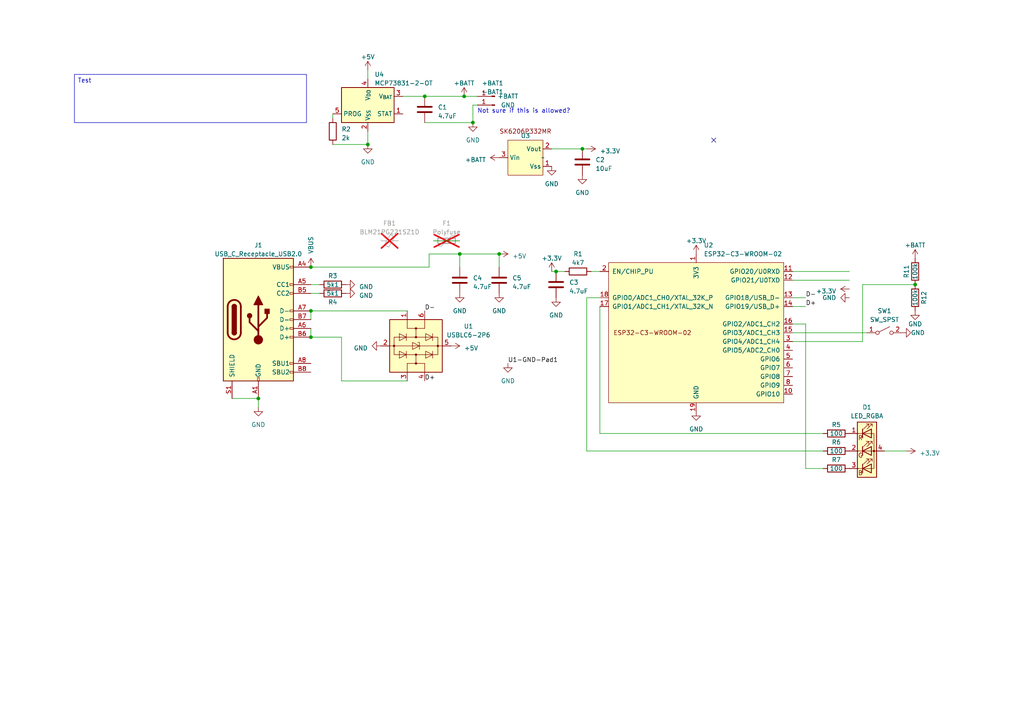
<source format=kicad_sch>
(kicad_sch (version 20230121) (generator eeschema)
  (paper "A4")
  (lib_symbols
    (symbol "Battery_Management:MCP73831-2-OT"
      (property "Reference" "U" (at -7.62 6.35 0))
      (property "Value" "MCP73831-2-OT" (at 1.27 6.35 0))
      (symbol "MCP73831-2-OT_0_1"
        (rectangle (start -7.62 5.08) (end 7.62 -5.08) (stroke (width 0.254)) (fill (type background)))
      )
      (symbol "MCP73831-2-OT_1_1"
        (pin output line (at 10.16 -2.54 180) (length 2.54) (name "STAT") (number "1"))
        (pin power_in line (at 0 -7.62 90) (length 2.54) (name "V_{SS}") (number "2"))
        (pin power_out line (at 10.16 2.54 180) (length 2.54) (name "V_{BAT}") (number "3"))
        (pin power_in line (at 0 7.62 270) (length 2.54) (name "V_{DD}") (number "4"))
        (pin input line (at -10.16 -2.54 0) (length 2.54) (name "PROG") (number "5"))
      )
    )
    (symbol "Connector:Conn_01x01_Pin" (pin_names (offset 1.016) hide)
      (property "Reference" "J" (at 0 2.54 0))
      (property "Value" "Conn_01x01_Pin" (at 0 -2.54 0))
      (symbol "Conn_01x01_Pin_1_1"
        (polyline (pts (xy 1.27 0) (xy 0.8636 0)) (stroke (width 0.1524)))
        (rectangle (start 0.8636 0.127) (end 0 -0.127) (stroke (width 0.1524)) (fill (type outline)))
        (pin passive line (at 5.08 0 180) (length 3.81) (name "Pin_1") (number "1"))
      )
    )
    (symbol "Connector:USB_C_Receptacle_USB2.0" (pin_names (offset 1.016))
      (property "Reference" "J" (at -10.16 19.05 0))
      (property "Value" "USB_C_Receptacle_USB2.0" (at 19.05 19.05 0))
      (symbol "USB_C_Receptacle_USB2.0_0_0"
        (rectangle (start -0.254 -17.78) (end 0.254 -16.764))
        (rectangle (start 10.16 -14.986) (end 9.144 -15.494))
        (rectangle (start 10.16 -12.446) (end 9.144 -12.954))
        (rectangle (start 10.16 -4.826) (end 9.144 -5.334))
        (rectangle (start 10.16 -2.286) (end 9.144 -2.794))
        (rectangle (start 10.16 0.254) (end 9.144 -0.254))
        (rectangle (start 10.16 2.794) (end 9.144 2.286))
        (rectangle (start 10.16 7.874) (end 9.144 7.366))
        (rectangle (start 10.16 10.414) (end 9.144 9.906))
        (rectangle (start 10.16 15.494) (end 9.144 14.986))
      )
      (symbol "USB_C_Receptacle_USB2.0_0_1"
        (rectangle (start -10.16 17.78) (end 10.16 -17.78) (stroke (width 0.254)) (fill (type background)))
        (arc (start -8.89 -3.81) (mid -6.985 -5.7067) (end -5.08 -3.81) (stroke (width 0.508)))
        (arc (start -7.62 -3.81) (mid -6.985 -4.4423) (end -6.35 -3.81) (stroke (width 0.254)))
        (arc (start -7.62 -3.81) (mid -6.985 -4.4423) (end -6.35 -3.81) (stroke (width 0.254)) (fill (type outline)))
        (rectangle (start -7.62 -3.81) (end -6.35 3.81) (stroke (width 0.254)) (fill (type outline)))
        (arc (start -6.35 3.81) (mid -6.985 4.4423) (end -7.62 3.81) (stroke (width 0.254)))
        (arc (start -6.35 3.81) (mid -6.985 4.4423) (end -7.62 3.81) (stroke (width 0.254)) (fill (type outline)))
        (arc (start -5.08 3.81) (mid -6.985 5.7067) (end -8.89 3.81) (stroke (width 0.508)))
        (circle (center -2.54 1.143) (radius 0.635) (stroke (width 0.254)) (fill (type outline)))
        (circle (center 0 -5.842) (radius 1.27) (fill (type outline)))
        (polyline (pts (xy -8.89 -3.81) (xy -8.89 3.81)) (stroke (width 0.508)))
        (polyline (pts (xy -5.08 3.81) (xy -5.08 -3.81)) (stroke (width 0.508)))
        (polyline (pts (xy 0 -5.842) (xy 0 4.318)) (stroke (width 0.508)))
        (polyline (pts (xy 0 -3.302) (xy -2.54 -0.762) (xy -2.54 0.508)) (stroke (width 0.508)))
        (polyline (pts (xy 0 -2.032) (xy 2.54 0.508) (xy 2.54 1.778)) (stroke (width 0.508)))
        (polyline (pts (xy -1.27 4.318) (xy 0 6.858) (xy 1.27 4.318) (xy -1.27 4.318)) (stroke (width 0.254)) (fill (type outline)))
        (rectangle (start 1.905 1.778) (end 3.175 3.048) (stroke (width 0.254)) (fill (type outline)))
      )
      (symbol "USB_C_Receptacle_USB2.0_1_1"
        (pin passive line (at 0 -22.86 90) (length 5.08) (name "GND") (number "A1"))
        (pin passive line (at 0 -22.86 90) (length 5.08) hide (name "GND") (number "A12"))
        (pin passive line (at 15.24 15.24 180) (length 5.08) (name "VBUS") (number "A4"))
        (pin bidirectional line (at 15.24 10.16 180) (length 5.08) (name "CC1") (number "A5"))
        (pin bidirectional line (at 15.24 -2.54 180) (length 5.08) (name "D+") (number "A6"))
        (pin bidirectional line (at 15.24 2.54 180) (length 5.08) (name "D-") (number "A7"))
        (pin bidirectional line (at 15.24 -12.7 180) (length 5.08) (name "SBU1") (number "A8"))
        (pin passive line (at 15.24 15.24 180) (length 5.08) hide (name "VBUS") (number "A9"))
        (pin passive line (at 0 -22.86 90) (length 5.08) hide (name "GND") (number "B1"))
        (pin passive line (at 0 -22.86 90) (length 5.08) hide (name "GND") (number "B12"))
        (pin passive line (at 15.24 15.24 180) (length 5.08) hide (name "VBUS") (number "B4"))
        (pin bidirectional line (at 15.24 7.62 180) (length 5.08) (name "CC2") (number "B5"))
        (pin bidirectional line (at 15.24 -5.08 180) (length 5.08) (name "D+") (number "B6"))
        (pin bidirectional line (at 15.24 0 180) (length 5.08) (name "D-") (number "B7"))
        (pin bidirectional line (at 15.24 -15.24 180) (length 5.08) (name "SBU2") (number "B8"))
        (pin passive line (at 15.24 15.24 180) (length 5.08) hide (name "VBUS") (number "B9"))
        (pin passive line (at -7.62 -22.86 90) (length 5.08) (name "SHIELD") (number "S1"))
      )
    )
    (symbol "Device:C" (pin_numbers hide) (pin_names (offset 0.254))
      (property "Reference" "C" (at 0.635 2.54 0))
      (property "Value" "C" (at 0.635 -2.54 0))
      (symbol "C_0_1"
        (polyline (pts (xy -2.032 -0.762) (xy 2.032 -0.762)) (stroke (width 0.508)))
        (polyline (pts (xy -2.032 0.762) (xy 2.032 0.762)) (stroke (width 0.508)))
      )
      (symbol "C_1_1"
        (pin passive line (at 0 3.81 270) (length 2.794) (name "~") (number "1"))
        (pin passive line (at 0 -3.81 90) (length 2.794) (name "~") (number "2"))
      )
    )
    (symbol "Device:FerriteBead_Small" (pin_numbers hide) (pin_names (offset 0))
      (property "Reference" "FB" (at 1.905 1.27 0))
      (property "Value" "FerriteBead_Small" (at 1.905 -1.27 0))
      (symbol "FerriteBead_Small_0_1"
        (polyline (pts (xy 0 -1.27) (xy 0 -0.7874)))
        (polyline (pts (xy 0 0.889) (xy 0 1.2954)))
        (polyline (pts (xy -1.8288 0.2794) (xy -1.1176 1.4986) (xy 1.8288 -0.2032) (xy 1.1176 -1.4224) (xy -1.8288 0.2794)))
      )
      (symbol "FerriteBead_Small_1_1"
        (pin passive line (at 0 2.54 270) (length 1.27) (name "~") (number "1"))
        (pin passive line (at 0 -2.54 90) (length 1.27) (name "~") (number "2"))
      )
    )
    (symbol "Device:LED_RGBA" (pin_names (offset 0) hide)
      (property "Reference" "D" (at 0 9.398 0))
      (property "Value" "LED_RGBA" (at 0 -8.89 0))
      (symbol "LED_RGBA_0_0"
        (text "B" (at -1.905 -6.35 0) (effects (font (size 1.27 1.27))))
        (text "G" (at -1.905 -1.27 0) (effects (font (size 1.27 1.27))))
        (text "R" (at -1.905 3.81 0) (effects (font (size 1.27 1.27))))
      )
      (symbol "LED_RGBA_0_1"
        (polyline (pts (xy -1.27 -5.08) (xy -2.54 -5.08)))
        (polyline (pts (xy -1.27 -5.08) (xy 1.27 -5.08)))
        (polyline (pts (xy -1.27 -3.81) (xy -1.27 -6.35)) (stroke (width 0.254)))
        (polyline (pts (xy -1.27 0) (xy -2.54 0)))
        (polyline (pts (xy -1.27 1.27) (xy -1.27 -1.27)) (stroke (width 0.254)))
        (polyline (pts (xy -1.27 5.08) (xy -2.54 5.08)))
        (polyline (pts (xy -1.27 5.08) (xy 1.27 5.08)))
        (polyline (pts (xy -1.27 6.35) (xy -1.27 3.81)) (stroke (width 0.254)))
        (polyline (pts (xy 1.27 0) (xy -1.27 0)))
        (polyline (pts (xy 1.27 0) (xy 2.54 0)))
        (polyline (pts (xy -1.27 1.27) (xy -1.27 -1.27) (xy -1.27 -1.27)))
        (polyline (pts (xy -1.27 6.35) (xy -1.27 3.81) (xy -1.27 3.81)))
        (polyline (pts (xy 1.27 -5.08) (xy 2.032 -5.08) (xy 2.032 5.08) (xy 1.27 5.08)))
        (polyline (pts (xy 1.27 -3.81) (xy 1.27 -6.35) (xy -1.27 -5.08) (xy 1.27 -3.81)) (stroke (width 0.254)))
        (polyline (pts (xy 1.27 1.27) (xy 1.27 -1.27) (xy -1.27 0) (xy 1.27 1.27)) (stroke (width 0.254)))
        (polyline (pts (xy 1.27 6.35) (xy 1.27 3.81) (xy -1.27 5.08) (xy 1.27 6.35)) (stroke (width 0.254)))
        (polyline (pts (xy -1.016 -3.81) (xy 0.508 -2.286) (xy -0.254 -2.286) (xy 0.508 -2.286) (xy 0.508 -3.048)))
        (polyline (pts (xy -1.016 1.27) (xy 0.508 2.794) (xy -0.254 2.794) (xy 0.508 2.794) (xy 0.508 2.032)))
        (polyline (pts (xy -1.016 6.35) (xy 0.508 7.874) (xy -0.254 7.874) (xy 0.508 7.874) (xy 0.508 7.112)))
        (polyline (pts (xy 0 -3.81) (xy 1.524 -2.286) (xy 0.762 -2.286) (xy 1.524 -2.286) (xy 1.524 -3.048)))
        (polyline (pts (xy 0 1.27) (xy 1.524 2.794) (xy 0.762 2.794) (xy 1.524 2.794) (xy 1.524 2.032)))
        (polyline (pts (xy 0 6.35) (xy 1.524 7.874) (xy 0.762 7.874) (xy 1.524 7.874) (xy 1.524 7.112)))
        (rectangle (start 1.27 -1.27) (end 1.27 1.27))
        (rectangle (start 1.27 1.27) (end 1.27 1.27))
        (rectangle (start 1.27 3.81) (end 1.27 6.35))
        (rectangle (start 1.27 6.35) (end 1.27 6.35))
        (circle (center 2.032 0) (radius 0.254) (fill (type outline)))
        (rectangle (start 2.794 8.382) (end -2.794 -7.62) (stroke (width 0.254)) (fill (type background)))
      )
      (symbol "LED_RGBA_1_1"
        (pin passive line (at -5.08 5.08 0) (length 2.54) (name "RK") (number "1"))
        (pin passive line (at -5.08 0 0) (length 2.54) (name "GK") (number "2"))
        (pin passive line (at -5.08 -5.08 0) (length 2.54) (name "BK") (number "3"))
        (pin passive line (at 5.08 0 180) (length 2.54) (name "A") (number "4"))
      )
    )
    (symbol "Device:Polyfuse" (pin_numbers hide) (pin_names (offset 0))
      (property "Reference" "F" (at -2.54 0 90))
      (property "Value" "Polyfuse" (at 2.54 0 90))
      (symbol "Polyfuse_0_1"
        (rectangle (start -0.762 2.54) (end 0.762 -2.54) (stroke (width 0.254)))
        (polyline (pts (xy 0 2.54) (xy 0 -2.54)))
        (polyline (pts (xy -1.524 2.54) (xy -1.524 1.524) (xy 1.524 -1.524) (xy 1.524 -2.54)))
      )
      (symbol "Polyfuse_1_1"
        (pin passive line (at 0 3.81 270) (length 1.27) (name "~") (number "1"))
        (pin passive line (at 0 -3.81 90) (length 1.27) (name "~") (number "2"))
      )
    )
    (symbol "Device:R" (pin_numbers hide) (pin_names (offset 0))
      (property "Reference" "R" (at 2.032 0 90))
      (property "Value" "R" (at 0 0 90))
      (symbol "R_0_1"
        (rectangle (start -1.016 -2.54) (end 1.016 2.54) (stroke (width 0.254)))
      )
      (symbol "R_1_1"
        (pin passive line (at 0 3.81 270) (length 1.27) (name "~") (number "1"))
        (pin passive line (at 0 -3.81 90) (length 1.27) (name "~") (number "2"))
      )
    )
    (symbol "PCM_Espressif:ESP32-C3-WROOM-02" (pin_names (offset 1.016))
      (property "Reference" "U" (at -25.4 25.4 0))
      (property "Value" "ESP32-C3-WROOM-02" (at -25.4 22.86 0))
      (symbol "ESP32-C3-WROOM-02_0_0"
        (text "ESP32-C3-WROOM-02" (at -12.7 0 0) (effects (font (size 1.27 1.27))))
      )
      (symbol "ESP32-C3-WROOM-02_0_1"
        (rectangle (start 25.4 20.32) (end -25.4 -20.32) (fill (type background)))
      )
      (symbol "ESP32-C3-WROOM-02_1_1"
        (pin power_in line (at 0 22.86 270) (length 2.54) (name "3V3") (number "1"))
        (pin bidirectional line (at 27.94 -17.78 180) (length 2.54) (name "GPIO10") (number "10"))
        (pin bidirectional line (at 27.94 17.78 180) (length 2.54) (name "GPIO20/U0RXD") (number "11"))
        (pin bidirectional line (at 27.94 15.24 180) (length 2.54) (name "GPIO21/U0TXD") (number "12"))
        (pin bidirectional line (at 27.94 10.16 180) (length 2.54) (name "GPIO18/USB_D-") (number "13"))
        (pin bidirectional line (at 27.94 7.62 180) (length 2.54) (name "GPIO19/USB_D+") (number "14"))
        (pin bidirectional line (at 27.94 0 180) (length 2.54) (name "GPIO3/ADC1_CH3") (number "15"))
        (pin bidirectional line (at 27.94 2.54 180) (length 2.54) (name "GPIO2/ADC1_CH2") (number "16"))
        (pin bidirectional line (at -27.94 7.62 0) (length 2.54) (name "GPIO1/ADC1_CH1/XTAL_32K_N") (number "17"))
        (pin bidirectional line (at -27.94 10.16 0) (length 2.54) (name "GPIO0/ADC1_CH0/XTAL_32K_P") (number "18"))
        (pin power_in line (at 0 -22.86 90) (length 2.54) (name "GND") (number "19"))
        (pin input line (at -27.94 17.78 0) (length 2.54) (name "EN/CHIP_PU") (number "2"))
        (pin bidirectional line (at 27.94 -2.54 180) (length 2.54) (name "GPIO4/ADC1_CH4") (number "3"))
        (pin bidirectional line (at 27.94 -5.08 180) (length 2.54) (name "GPIO5/ADC2_CH0") (number "4"))
        (pin bidirectional line (at 27.94 -7.62 180) (length 2.54) (name "GPIO6") (number "5"))
        (pin bidirectional line (at 27.94 -10.16 180) (length 2.54) (name "GPIO7") (number "6"))
        (pin bidirectional line (at 27.94 -12.7 180) (length 2.54) (name "GPIO8") (number "7"))
        (pin bidirectional line (at 27.94 -15.24 180) (length 2.54) (name "GPIO9") (number "8"))
        (pin passive line (at 0 -22.86 90) (length 2.54) hide (name "GND") (number "9"))
      )
    )
    (symbol "Power_Protection:USBLC6-2P6" (pin_names hide)
      (property "Reference" "U" (at 2.54 8.89 0))
      (property "Value" "USBLC6-2P6" (at 2.54 -8.89 0))
      (symbol "USBLC6-2P6_0_1"
        (rectangle (start -7.62 -7.62) (end 7.62 7.62) (stroke (width 0.254)) (fill (type background)))
        (circle (center -5.08 0) (radius 0.254) (fill (type outline)))
        (circle (center -2.54 0) (radius 0.254) (fill (type outline)))
        (rectangle (start -2.54 6.35) (end 2.54 -6.35))
        (circle (center 0 -6.35) (radius 0.254) (fill (type outline)))
        (polyline (pts (xy -5.08 -2.54) (xy -7.62 -2.54)))
        (polyline (pts (xy -5.08 0) (xy -5.08 -2.54)))
        (polyline (pts (xy -5.08 2.54) (xy -7.62 2.54)))
        (polyline (pts (xy -1.524 -2.794) (xy -3.556 -2.794)))
        (polyline (pts (xy -1.524 4.826) (xy -3.556 4.826)))
        (polyline (pts (xy 0 -7.62) (xy 0 -6.35)))
        (polyline (pts (xy 0 -6.35) (xy 0 1.27)))
        (polyline (pts (xy 0 1.27) (xy 0 6.35)))
        (polyline (pts (xy 0 6.35) (xy 0 7.62)))
        (polyline (pts (xy 1.524 -2.794) (xy 3.556 -2.794)))
        (polyline (pts (xy 1.524 4.826) (xy 3.556 4.826)))
        (polyline (pts (xy 5.08 -2.54) (xy 7.62 -2.54)))
        (polyline (pts (xy 5.08 0) (xy 5.08 -2.54)))
        (polyline (pts (xy 5.08 2.54) (xy 7.62 2.54)))
        (polyline (pts (xy -2.54 0) (xy -5.08 0) (xy -5.08 2.54)))
        (polyline (pts (xy 2.54 0) (xy 5.08 0) (xy 5.08 2.54)))
        (polyline (pts (xy -3.556 -4.826) (xy -1.524 -4.826) (xy -2.54 -2.794) (xy -3.556 -4.826)))
        (polyline (pts (xy -3.556 2.794) (xy -1.524 2.794) (xy -2.54 4.826) (xy -3.556 2.794)))
        (polyline (pts (xy -1.016 -1.016) (xy 1.016 -1.016) (xy 0 1.016) (xy -1.016 -1.016)))
        (polyline (pts (xy 1.016 1.016) (xy 0.762 1.016) (xy -1.016 1.016) (xy -1.016 0.508)))
        (polyline (pts (xy 3.556 -4.826) (xy 1.524 -4.826) (xy 2.54 -2.794) (xy 3.556 -4.826)))
        (polyline (pts (xy 3.556 2.794) (xy 1.524 2.794) (xy 2.54 4.826) (xy 3.556 2.794)))
        (circle (center 0 6.35) (radius 0.254) (fill (type outline)))
        (circle (center 2.54 0) (radius 0.254) (fill (type outline)))
        (circle (center 5.08 0) (radius 0.254) (fill (type outline)))
      )
      (symbol "USBLC6-2P6_1_1"
        (pin passive line (at -10.16 -2.54 0) (length 2.54) (name "I/O1") (number "1"))
        (pin passive line (at 0 -10.16 90) (length 2.54) (name "GND") (number "2"))
        (pin passive line (at 10.16 -2.54 180) (length 2.54) (name "I/O2") (number "3"))
        (pin passive line (at 10.16 2.54 180) (length 2.54) (name "I/O2") (number "4"))
        (pin passive line (at 0 10.16 270) (length 2.54) (name "VBUS") (number "5"))
        (pin passive line (at -10.16 2.54 0) (length 2.54) (name "I/O1") (number "6"))
      )
    )
    (symbol "Switch:SW_SPST" (pin_names (offset 0) hide)
      (property "Reference" "SW" (at 0 3.175 0))
      (property "Value" "SW_SPST" (at 0 -2.54 0))
      (symbol "SW_SPST_0_0"
        (circle (center -2.032 0) (radius 0.508))
        (polyline (pts (xy -1.524 0.254) (xy 1.524 1.778)))
        (circle (center 2.032 0) (radius 0.508))
      )
      (symbol "SW_SPST_1_1"
        (pin passive line (at -5.08 0 0) (length 2.54) (name "A") (number "1"))
        (pin passive line (at 5.08 0 180) (length 2.54) (name "B") (number "2"))
      )
    )
    (symbol "mylib:SK6206P332MR"
      (property "Reference" "U" (at -5.08 10.16 0))
      (symbol "SK6206P332MR_1_1"
        (rectangle (start -10.16 5.08) (end 0 -5.08) (fill (type background)))
        (text "SK6206P332MR" (at -5.08 7.62 0) (effects (font (size 1.27 1.27))))
        (pin power_out line (at 2.54 -2.54 180) (length 2.54) (name "Vss") (number "1"))
        (pin power_out line (at 2.54 2.54 180) (length 2.54) (name "Vout") (number "2"))
        (pin power_in line (at -12.7 0 0) (length 2.54) (name "Vin") (number "3"))
      )
    )
    (symbol "power:+3.3V" (power) (pin_names (offset 0))
      (property "Value" "+3.3V" (at 0 3.556 0))
      (symbol "+3.3V_0_1"
        (polyline (pts (xy -0.762 1.27) (xy 0 2.54)))
        (polyline (pts (xy 0 0) (xy 0 2.54)))
        (polyline (pts (xy 0 2.54) (xy 0.762 1.27)))
      )
      (symbol "+3.3V_1_1"
        (pin power_in line (at 0 0 90) (length 0) hide (name "+3.3V") (number "1"))
      )
    )
    (symbol "power:+5V" (power) (pin_names (offset 0))
      (property "Value" "+5V" (at 0 3.556 0))
      (symbol "+5V_0_1"
        (polyline (pts (xy -0.762 1.27) (xy 0 2.54)))
        (polyline (pts (xy 0 0) (xy 0 2.54)))
        (polyline (pts (xy 0 2.54) (xy 0.762 1.27)))
      )
      (symbol "+5V_1_1"
        (pin power_in line (at 0 0 90) (length 0) hide (name "+5V") (number "1"))
      )
    )
    (symbol "power:+BATT" (power) (pin_names (offset 0))
      (property "Value" "+BATT" (at 0 3.556 0))
      (symbol "+BATT_0_1"
        (polyline (pts (xy -0.762 1.27) (xy 0 2.54)))
        (polyline (pts (xy 0 0) (xy 0 2.54)))
        (polyline (pts (xy 0 2.54) (xy 0.762 1.27)))
      )
      (symbol "+BATT_1_1"
        (pin power_in line (at 0 0 90) (length 0) hide (name "+BATT") (number "1"))
      )
    )
    (symbol "power:GND" (power) (pin_names (offset 0))
      (property "Value" "GND" (at 0 -3.81 0))
      (symbol "GND_0_1"
        (polyline (pts (xy 0 0) (xy 0 -1.27) (xy 1.27 -1.27) (xy 0 -2.54) (xy -1.27 -1.27) (xy 0 -1.27)))
      )
      (symbol "GND_1_1"
        (pin power_in line (at 0 0 270) (length 0) hide (name "GND") (number "1"))
      )
    )
    (symbol "power:VBUS" (power) (pin_names (offset 0))
      (property "Value" "VBUS" (at 0 3.81 0))
      (symbol "VBUS_0_1"
        (polyline (pts (xy -0.762 1.27) (xy 0 2.54)))
        (polyline (pts (xy 0 0) (xy 0 2.54)))
        (polyline (pts (xy 0 2.54) (xy 0.762 1.27)))
      )
      (symbol "VBUS_1_1"
        (pin power_in line (at 0 0 90) (length 0) hide (name "VBUS") (number "1"))
      )
    )
  )
  (junction (at 90.17 77.47))
  (junction (at 90.17 90.17))
  (junction (at 265.43 82.55))
  (junction (at 90.17 97.79))
  (junction (at 161.29 78.74))
  (junction (at 123.19 27.94))
  (junction (at 106.68 41.91))
  (junction (at 137.16 35.56))
  (junction (at 144.78 73.66))
  (junction (at 134.62 27.94))
  (junction (at 74.93 115.57))
  (junction (at 133.35 73.66))
  (junction (at 168.91 43.18))
  (no_connect (at 207.01 40.64))
  (wire (pts (xy 125.73 69.85) (xy 133.35 69.85)))
  (wire (pts (xy 144.78 73.66) (xy 144.78 77.47)))
  (wire (pts (xy 133.35 73.66) (xy 133.35 77.47)))
  (wire (pts (xy 250.19 99.06) (xy 229.87 99.06)))
  (wire (pts (xy 170.18 130.81) (xy 238.76 130.81)))
  (wire (pts (xy 170.18 86.36) (xy 170.18 130.81)))
  (wire (pts (xy 124.46 73.66) (xy 133.35 73.66)))
  (wire (pts (xy 124.46 77.47) (xy 124.46 73.66)))
  (wire (pts (xy 229.87 96.52) (xy 251.46 96.52)))
  (wire (pts (xy 106.68 38.1) (xy 106.68 41.91)))
  (wire (pts (xy 96.52 34.29) (xy 96.52 33.02)))
  (wire (pts (xy 90.17 95.25) (xy 90.17 97.79)))
  (wire (pts (xy 137.16 35.56) (xy 137.16 30.48)))
  (wire (pts (xy 256.54 130.81) (xy 262.89 130.81)))
  (wire (pts (xy 90.17 82.55) (xy 92.71 82.55)))
  (wire (pts (xy 229.87 81.28) (xy 246.38 81.28)))
  (wire (pts (xy 265.43 82.55) (xy 250.19 82.55)))
  (wire (pts (xy 233.68 93.98) (xy 233.68 135.89)))
  (wire (pts (xy 137.16 30.48) (xy 138.43 30.48)))
  (wire (pts (xy 90.17 77.47) (xy 124.46 77.47)))
  (wire (pts (xy 173.99 125.73) (xy 238.76 125.73)))
  (wire (pts (xy 106.68 20.32) (xy 106.68 22.86)))
  (wire (pts (xy 74.93 118.11) (xy 74.93 115.57)))
  (wire (pts (xy 67.31 115.57) (xy 74.93 115.57)))
  (wire (pts (xy 90.17 90.17) (xy 90.17 92.71)))
  (wire (pts (xy 250.19 82.55) (xy 250.19 99.06)))
  (wire (pts (xy 144.78 73.66) (xy 133.35 73.66)))
  (wire (pts (xy 173.99 86.36) (xy 170.18 86.36)))
  (wire (pts (xy 90.17 90.17) (xy 118.11 90.17)))
  (wire (pts (xy 171.45 78.74) (xy 173.99 78.74)))
  (wire (pts (xy 229.87 78.74) (xy 246.38 78.74)))
  (wire (pts (xy 229.87 88.9) (xy 233.68 88.9)))
  (wire (pts (xy 123.19 27.94) (xy 134.62 27.94)))
  (wire (pts (xy 160.02 78.74) (xy 161.29 78.74)))
  (wire (pts (xy 90.17 97.79) (xy 99.06 97.79)))
  (wire (pts (xy 229.87 93.98) (xy 233.68 93.98)))
  (wire (pts (xy 90.17 85.09) (xy 92.71 85.09)))
  (wire (pts (xy 160.02 43.18) (xy 168.91 43.18)))
  (wire (pts (xy 173.99 88.9) (xy 173.99 125.73)))
  (wire (pts (xy 99.06 110.49) (xy 118.11 110.49)))
  (wire (pts (xy 123.19 35.56) (xy 137.16 35.56)))
  (wire (pts (xy 96.52 41.91) (xy 106.68 41.91)))
  (wire (pts (xy 161.29 78.74) (xy 163.83 78.74)))
  (wire (pts (xy 233.68 135.89) (xy 238.76 135.89)))
  (wire (pts (xy 170.18 43.18) (xy 168.91 43.18)))
  (wire (pts (xy 99.06 97.79) (xy 99.06 110.49)))
  (wire (pts (xy 116.84 27.94) (xy 123.19 27.94)))
  (wire (pts (xy 229.87 86.36) (xy 233.68 86.36)))
  (wire (pts (xy 134.62 27.94) (xy 138.43 27.94)))
  (text_box "Test\n" (at 21.59 21.59 0) (size 67.31 13.97) (effects (font (size 1.27 1.27)) (justify left top)))
  (text "Not sure if this is allowed?" (at 138.43 33.02 0) (effects (font (size 1.27 1.27)) (justify left bottom)))
  (label "U1-GND-Pad1" (at 147.32 105.41 0))
  (label "D+" (at 233.68 88.9 0))
  (label "D-" (at 233.68 86.36 0))
  (label "D+" (at 123.19 110.49 0))
  (label "D-" (at 123.19 90.17 0))
  (symbol (lib_id "Battery_Management:MCP73831-2-OT") (at 106.68 30.48 0) (unit 1)
    (property "Reference" "U4" (at 108.6359 21.59 0) (effects (justify left)))
    (property "Value" "MCP73831-2-OT" (at 108.6359 24.13 0) (effects (justify left)))
    (property "Footprint" "Package_TO_SOT_SMD:SOT-23-5" (effects hide))
    (property "Datasheet" "http://ww1.microchip.com/downloads/en/DeviceDoc/20001984g.pdf" (effects hide))
  )
  (symbol (lib_id "power:GND") (at 147.32 105.41 0) (unit 1)
    (property "Reference" "#PWR026" (effects hide))
    (property "Value" "GND" (at 147.32 110.49 0))
  )
  (symbol (lib_id "power:VBUS") (at 90.17 77.47 0) (unit 1)
    (property "Reference" "#PWR02" (effects hide))
    (property "Value" "VBUS" (at 90.17 73.66 90) (effects (justify left)))
  )
  (symbol (lib_id "Power_Protection:USBLC6-2P6") (at 120.65 100.33 270) (unit 1)
    (property "Reference" "U1" (at 135.89 94.6403 90))
    (property "Value" "USBLC6-2P6" (at 135.89 97.1803 90))
    (property "Footprint" "Package_TO_SOT_SMD:SOT-666" (effects hide))
    (property "Datasheet" "https://www.st.com/resource/en/datasheet/usblc6-2.pdf" (effects hide))
  )
  (symbol (lib_id "power:+BATT") (at 265.43 74.93 0) (unit 1)
    (property "Reference" "#PWR027" (effects hide))
    (property "Value" "+BATT" (at 265.43 71.12 0))
  )
  (symbol (lib_id "power:+BATT") (at 134.62 27.94 0) (unit 1)
    (property "Reference" "#PWR09" (effects hide))
    (property "Value" "+BATT" (at 134.62 24.13 0))
  )
  (symbol (lib_id "Device:C") (at 168.91 46.99 0) (unit 1)
    (property "Reference" "C2" (at 172.72 46.355 0) (effects (justify left)))
    (property "Value" "10uF" (at 172.72 48.895 0) (effects (justify left)))
    (property "Footprint" "Capacitor_SMD:C_0805_2012Metric_Pad1.18x1.45mm_HandSolder" (effects hide))
  )
  (symbol (lib_id "power:+3.3V") (at 201.93 73.66 0) (unit 1)
    (property "Reference" "#PWR06" (effects hide))
    (property "Value" "+3.3V" (at 201.93 69.85 0))
  )
  (symbol (lib_id "power:+5V") (at 106.68 20.32 0) (unit 1)
    (property "Reference" "#PWR010" (effects hide))
    (property "Value" "+5V" (at 106.68 16.51 0))
  )
  (symbol (lib_id "power:+3.3V") (at 246.38 83.82 90) (unit 1)
    (property "Reference" "#PWR012" (effects hide))
    (property "Value" "+3.3V" (at 242.57 84.455 90) (effects (justify left)))
  )
  (symbol (lib_id "Device:C") (at 161.29 82.55 0) (unit 1)
    (property "Reference" "C3" (at 165.1 81.915 0) (effects (justify left)))
    (property "Value" "4.7uF" (at 165.1 84.455 0) (effects (justify left)))
    (property "Footprint" "Capacitor_SMD:C_0805_2012Metric_Pad1.18x1.45mm_HandSolder" (effects hide))
  )
  (symbol (lib_id "power:GND") (at 246.38 86.36 270) (unit 1)
    (property "Reference" "#PWR03" (effects hide))
    (property "Value" "GND" (at 242.57 86.36 90) (effects (justify right)))
  )
  (symbol (lib_id "Connector:Conn_01x01_Pin") (at 143.51 27.94 180) (unit 1)
    (property "Reference" "+BAT1" (at 142.875 24.13 0))
    (property "Value" "+BATT" (at 147.32 27.94 0))
    (property "Footprint" "TestPoint:TestPoint_Pad_D2.0mm" (effects hide))
  )
  (symbol (lib_id "power:GND") (at 160.02 48.26 0) (unit 1)
    (property "Reference" "#PWR013" (effects hide))
    (property "Value" "GND" (at 160.02 53.34 0))
  )
  (symbol (lib_id "power:GND") (at 265.43 90.17 0) (unit 1)
    (property "Reference" "#PWR028" (effects hide))
    (property "Value" "GND" (at 265.43 93.98 0))
  )
  (symbol (lib_id "mylib:SK6206P332MR") (at 157.48 45.72 0) (unit 1)
    (property "Reference" "U3" (at 152.4 39.37 0))
    (property "Value" "~" (at 157.48 45.72 0))
    (property "Footprint" "Package_TO_SOT_SMD:SC-59_Handsoldering" (effects hide))
  )
  (symbol (lib_id "Device:R") (at 242.57 135.89 270) (unit 1)
    (property "Reference" "R7" (at 242.57 133.35 90))
    (property "Value" "100" (at 242.57 135.89 90))
    (property "Footprint" "Resistor_SMD:R_0603_1608Metric_Pad0.98x0.95mm_HandSolder" (effects hide))
  )
  (symbol (lib_id "power:+BATT") (at 144.78 45.72 90) (unit 1)
    (property "Reference" "#PWR014" (effects hide))
    (property "Value" "+BATT" (at 140.97 46.355 90) (effects (justify left)))
  )
  (symbol (lib_id "Device:C") (at 133.35 81.28 0) (unit 1)
    (property "Reference" "C4" (at 137.16 80.645 0) (effects (justify left)))
    (property "Value" "4.7uF" (at 137.16 83.185 0) (effects (justify left)))
    (property "Footprint" "Capacitor_SMD:C_0805_2012Metric_Pad1.18x1.45mm_HandSolder" (effects hide))
  )
  (symbol (lib_id "PCM_Espressif:ESP32-C3-WROOM-02") (at 201.93 96.52 0) (unit 1)
    (property "Reference" "U2" (at 204.1241 71.12 0) (effects (justify left)))
    (property "Value" "ESP32-C3-WROOM-02" (at 204.1241 73.66 0) (effects (justify left)))
    (property "Footprint" "PCM_Espressif:ESP32-C3-WROOM-02" (effects hide))
    (property "Datasheet" "https://www.espressif.com/sites/default/files/documentation/esp32-c3-wroom-02_datasheet_en.pdf" (effects hide))
  )
  (symbol (lib_id "Device:R") (at 167.64 78.74 90) (unit 1)
    (property "Reference" "R1" (at 167.64 73.66 90))
    (property "Value" "4k7" (at 167.64 76.2 90))
    (property "Footprint" "Resistor_SMD:R_0805_2012Metric_Pad1.20x1.40mm_HandSolder" (effects hide))
  )
  (symbol (lib_id "Device:C") (at 123.19 31.75 0) (unit 1)
    (property "Reference" "C1" (at 127 31.115 0) (effects (justify left)))
    (property "Value" "4.7uF" (at 127 33.655 0) (effects (justify left)))
    (property "Footprint" "Capacitor_SMD:C_0805_2012Metric_Pad1.18x1.45mm_HandSolder" (effects hide))
  )
  (symbol (lib_id "Device:R") (at 265.43 86.36 180) (unit 1)
    (property "Reference" "R12" (at 267.97 86.36 90))
    (property "Value" "100k" (at 265.43 86.36 90))
    (property "Footprint" "Resistor_SMD:R_0805_2012Metric_Pad1.20x1.40mm_HandSolder" (effects hide))
  )
  (symbol (lib_id "power:+5V") (at 130.81 100.33 270) (unit 1)
    (property "Reference" "#PWR019" (effects hide))
    (property "Value" "+5V" (at 134.62 100.965 90) (effects (justify left)))
  )
  (symbol (lib_id "Device:R") (at 265.43 78.74 0) (unit 1)
    (property "Reference" "R11" (at 262.89 78.74 90))
    (property "Value" "100k" (at 265.43 78.74 90))
    (property "Footprint" "Resistor_SMD:R_0805_2012Metric_Pad1.20x1.40mm_HandSolder" (effects hide))
  )
  (symbol (lib_id "power:GND") (at 261.62 96.52 90) (unit 1)
    (property "Reference" "#PWR07" (effects hide))
    (property "Value" "GND" (at 264.16 96.52 90) (effects (justify right)))
  )
  (symbol (lib_id "power:GND") (at 144.78 85.09 0) (unit 1)
    (property "Reference" "#PWR022" (effects hide))
    (property "Value" "GND" (at 144.78 90.17 0))
  )
  (symbol (lib_id "power:GND") (at 74.93 118.11 0) (unit 1)
    (property "Reference" "#PWR01" (effects hide))
    (property "Value" "GND" (at 74.93 123.19 0))
  )
  (symbol (lib_id "Device:FerriteBead_Small") (at 113.03 69.85 90) (unit 1) (in_bom no) (on_board no) (dnp yes)
    (property "Reference" "FB1" (at 112.9919 64.77 90))
    (property "Value" "BLM21PG221SZ1D" (at 112.9919 67.31 90))
    (property "Footprint" "Resistor_SMD:R_0805_2012Metric_Pad1.20x1.40mm_HandSolder" (effects hide))
  )
  (symbol (lib_id "Connector:USB_C_Receptacle_USB2.0") (at 74.93 92.71 0) (unit 1)
    (property "Reference" "J1" (at 74.93 71.12 0))
    (property "Value" "USB_C_Receptacle_USB2.0" (at 74.93 73.66 0))
    (property "Footprint" "Connector_USB:USB_C_Receptacle_G-Switch_GT-USB-7010ASV" (effects hide))
    (property "Datasheet" "https://www.usb.org/sites/default/files/documents/usb_type-c.zip" (effects hide))
  )
  (symbol (lib_id "Device:R") (at 242.57 125.73 270) (unit 1)
    (property "Reference" "R5" (at 242.57 123.19 90))
    (property "Value" "100" (at 242.57 125.73 90))
    (property "Footprint" "Resistor_SMD:R_0603_1608Metric_Pad0.98x0.95mm_HandSolder" (effects hide))
  )
  (symbol (lib_id "Device:R") (at 96.52 85.09 90) (unit 1)
    (property "Reference" "R4" (at 96.52 87.63 90))
    (property "Value" "5k1" (at 96.52 85.09 90))
    (property "Footprint" "Resistor_SMD:R_0805_2012Metric_Pad1.20x1.40mm_HandSolder" (effects hide))
  )
  (symbol (lib_id "power:GND") (at 133.35 85.09 0) (unit 1)
    (property "Reference" "#PWR021" (effects hide))
    (property "Value" "GND" (at 133.35 90.17 0))
  )
  (symbol (lib_id "power:GND") (at 168.91 50.8 0) (unit 1)
    (property "Reference" "#PWR015" (effects hide))
    (property "Value" "GND" (at 168.91 55.88 0))
  )
  (symbol (lib_id "Switch:SW_SPST") (at 256.54 96.52 0) (unit 1)
    (property "Reference" "SW1" (at 256.54 90.17 0))
    (property "Value" "SW_SPST" (at 256.54 92.71 0))
    (property "Footprint" "myfootprints:tact12x12" (effects hide))
  )
  (symbol (lib_id "power:GND") (at 110.49 100.33 270) (unit 1)
    (property "Reference" "#PWR018" (effects hide))
    (property "Value" "GND" (at 106.68 100.965 90) (effects (justify right)))
  )
  (symbol (lib_id "Device:C") (at 144.78 81.28 0) (unit 1)
    (property "Reference" "C5" (at 148.59 80.645 0) (effects (justify left)))
    (property "Value" "4.7uF" (at 148.59 83.185 0) (effects (justify left)))
    (property "Footprint" "Capacitor_SMD:C_0805_2012Metric_Pad1.18x1.45mm_HandSolder" (effects hide))
  )
  (symbol (lib_id "Connector:Conn_01x01_Pin") (at 143.51 30.48 180) (unit 1)
    (property "Reference" "-BAT1" (at 142.875 26.67 0))
    (property "Value" "GND" (at 147.32 30.48 0))
    (property "Footprint" "TestPoint:TestPoint_Pad_D2.0mm" (effects hide))
  )
  (symbol (lib_id "Device:LED_RGBA") (at 251.46 130.81 0) (unit 1)
    (property "Reference" "D1" (at 251.46 118.11 0))
    (property "Value" "LED_RGBA" (at 251.46 120.65 0))
    (property "Footprint" "LED_THT:LED_D5.0mm-4_RGB" (effects hide))
  )
  (symbol (lib_id "Device:R") (at 242.57 130.81 270) (unit 1)
    (property "Reference" "R6" (at 242.57 128.27 90))
    (property "Value" "100" (at 242.57 130.81 90))
    (property "Footprint" "Resistor_SMD:R_0603_1608Metric_Pad0.98x0.95mm_HandSolder" (effects hide))
  )
  (symbol (lib_id "power:+5V") (at 144.78 73.66 270) (unit 1)
    (property "Reference" "#PWR020" (effects hide))
    (property "Value" "+5V" (at 148.59 74.295 90) (effects (justify left)))
  )
  (symbol (lib_id "Device:Polyfuse") (at 129.54 69.85 90) (unit 1) (in_bom no) (on_board no) (dnp yes)
    (property "Reference" "F1" (at 129.54 64.77 90))
    (property "Value" "Polyfuse" (at 129.54 67.31 90))
    (property "Footprint" "Resistor_SMD:R_0805_2012Metric_Pad1.20x1.40mm_HandSolder" (effects hide))
  )
  (symbol (lib_id "power:GND") (at 161.29 86.36 0) (unit 1)
    (property "Reference" "#PWR023" (effects hide))
    (property "Value" "GND" (at 161.29 91.44 0))
  )
  (symbol (lib_id "Device:R") (at 96.52 38.1 0) (unit 1)
    (property "Reference" "R2" (at 99.06 37.465 0) (effects (justify left)))
    (property "Value" "2k" (at 99.06 40.005 0) (effects (justify left)))
    (property "Footprint" "Resistor_SMD:R_0805_2012Metric_Pad1.20x1.40mm_HandSolder" (effects hide))
  )
  (symbol (lib_id "power:GND") (at 106.68 41.91 0) (unit 1)
    (property "Reference" "#PWR011" (effects hide))
    (property "Value" "GND" (at 106.68 46.99 0))
  )
  (symbol (lib_id "power:GND") (at 100.33 82.55 90) (unit 1)
    (property "Reference" "#PWR016" (effects hide))
    (property "Value" "GND" (at 104.14 83.185 90) (effects (justify right)))
  )
  (symbol (lib_id "power:+3.3V") (at 170.18 43.18 270) (unit 1)
    (property "Reference" "#PWR05" (effects hide))
    (property "Value" "+3.3V" (at 173.99 43.815 90) (effects (justify left)))
  )
  (symbol (lib_id "power:+3.3V") (at 160.02 78.74 0) (unit 1)
    (property "Reference" "#PWR04" (effects hide))
    (property "Value" "+3.3V" (at 160.02 74.93 0))
  )
  (symbol (lib_id "power:+3.3V") (at 262.89 130.81 270) (unit 1)
    (property "Reference" "#PWR025" (effects hide))
    (property "Value" "+3.3V" (at 266.7 131.445 90) (effects (justify left)))
  )
  (symbol (lib_id "Device:R") (at 96.52 82.55 90) (unit 1)
    (property "Reference" "R3" (at 96.52 80.01 90))
    (property "Value" "5k1" (at 96.52 82.55 90))
    (property "Footprint" "Resistor_SMD:R_0805_2012Metric_Pad1.20x1.40mm_HandSolder" (effects hide))
  )
  (symbol (lib_id "power:GND") (at 137.16 35.56 0) (unit 1)
    (property "Reference" "#PWR08" (effects hide))
    (property "Value" "GND" (at 137.16 40.64 0))
  )
  (symbol (lib_id "power:GND") (at 201.93 119.38 0) (unit 1)
    (property "Reference" "#PWR024" (effects hide))
    (property "Value" "GND" (at 201.93 124.46 0))
  )
  (symbol (lib_id "power:GND") (at 100.33 85.09 90) (unit 1)
    (property "Reference" "#PWR017" (effects hide))
    (property "Value" "GND" (at 104.14 85.725 90) (effects (justify right)))
  )
)
</source>
